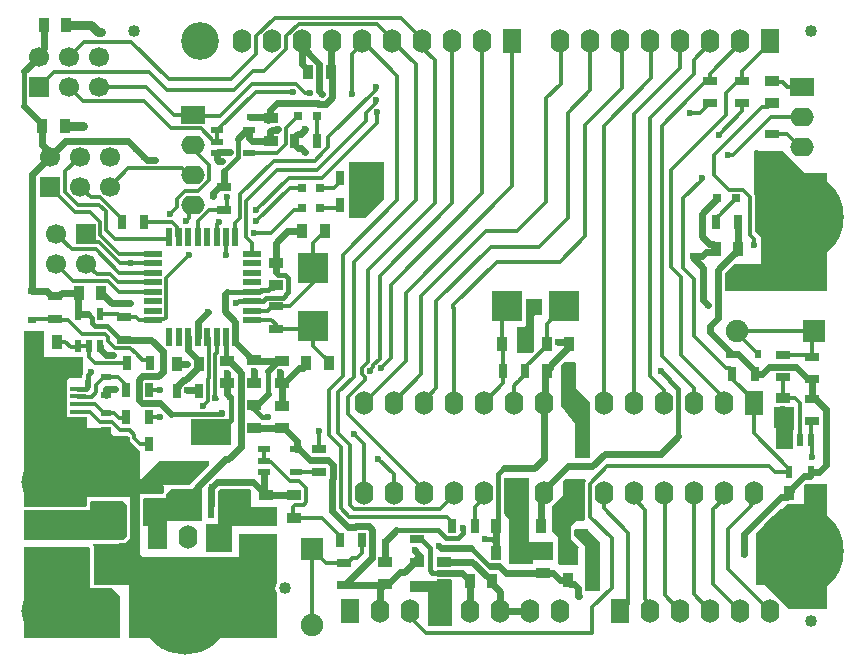
<source format=gtl>
G04*
G04 #@! TF.GenerationSoftware,Altium Limited,Altium Designer,20.1.14 (287)*
G04*
G04 Layer_Physical_Order=1*
G04 Layer_Color=255*
%FSLAX44Y44*%
%MOMM*%
G71*
G04*
G04 #@! TF.SameCoordinates,7BFD3521-CE32-4739-868A-3B6082625FC7*
G04*
G04*
G04 #@! TF.FilePolarity,Positive*
G04*
G01*
G75*
%ADD11C,0.4000*%
%ADD14R,1.3000X0.9000*%
%ADD15R,0.9000X1.3000*%
%ADD16R,3.5000X2.2000*%
%ADD17R,0.6000X2.2000*%
%ADD18R,2.7000X2.0000*%
%ADD19R,2.5000X2.6000*%
%ADD20R,2.6000X2.5000*%
%ADD21R,1.1000X0.6000*%
%ADD22R,0.6000X1.1000*%
%ADD23R,1.6000X3.0000*%
%ADD24R,0.8000X0.8000*%
%ADD25R,1.4000X1.6000*%
%ADD26R,1.9000X1.9000*%
%ADD27R,1.3500X0.4000*%
%ADD28R,1.5000X0.5500*%
%ADD29R,0.5500X1.5000*%
%ADD30R,0.6858X0.5588*%
%ADD31R,0.5588X0.6858*%
%ADD32R,1.3000X0.7000*%
%ADD33R,0.7000X1.3000*%
%ADD34R,0.9000X0.6000*%
%ADD63R,1.9000X1.9000*%
%ADD64C,1.9000*%
%ADD70C,1.0160*%
%ADD71C,0.3000*%
%ADD72C,0.6000*%
%ADD73C,0.8000*%
%ADD74C,3.2000*%
%ADD75C,4.0000*%
%ADD76O,1.6000X2.0000*%
%ADD77R,1.6000X2.0000*%
%ADD78R,1.7000X1.7000*%
%ADD79C,1.7000*%
%ADD80R,2.0000X1.6000*%
%ADD81O,2.0000X1.6000*%
%ADD82C,7.4000*%
G04:AMPARAMS|DCode=83|XSize=2mm|YSize=1.2mm|CornerRadius=0.36mm|HoleSize=0mm|Usage=FLASHONLY|Rotation=0.000|XOffset=0mm|YOffset=0mm|HoleType=Round|Shape=RoundedRectangle|*
%AMROUNDEDRECTD83*
21,1,2.0000,0.4800,0,0,0.0*
21,1,1.2800,1.2000,0,0,0.0*
1,1,0.7200,0.6400,-0.2400*
1,1,0.7200,-0.6400,-0.2400*
1,1,0.7200,-0.6400,0.2400*
1,1,0.7200,0.6400,0.2400*
%
%ADD83ROUNDEDRECTD83*%
%ADD84C,0.6000*%
G36*
X308000Y374000D02*
X292000Y358000D01*
X278000D01*
Y406000D01*
X308000D01*
Y374000D01*
D02*
G37*
G36*
X20000Y241000D02*
X52000D01*
Y223000D01*
X41000D01*
X39000Y221000D01*
Y219000D01*
X38995D01*
Y209000D01*
Y202500D01*
Y196000D01*
Y189500D01*
X56000D01*
X56000Y181000D01*
X66820D01*
X67622Y180840D01*
X75621D01*
X77000Y179461D01*
Y176000D01*
X79000Y174000D01*
X84007D01*
X84450Y173912D01*
X91049D01*
X91912Y173049D01*
Y172000D01*
X92261Y170244D01*
X93000Y169138D01*
Y169000D01*
X101000Y161000D01*
X101000Y137000D01*
X117000Y153000D01*
X160000D01*
Y149408D01*
X143974Y133382D01*
X143090Y132059D01*
X128000D01*
X128000Y132059D01*
X127704Y132000D01*
X121000D01*
X121660Y131340D01*
Y126985D01*
X121337Y126663D01*
X120674Y125670D01*
X120501Y124800D01*
X101200D01*
X101000Y125000D01*
Y120643D01*
X100941Y120348D01*
Y98000D01*
X101000Y97705D01*
X101000Y74000D01*
X104000Y71000D01*
X185000D01*
Y90586D01*
X186000Y91000D01*
X217000D01*
Y49150D01*
X216942Y49075D01*
X216128Y47109D01*
X215850Y45000D01*
X216128Y42891D01*
X216942Y40925D01*
X217000Y40850D01*
Y3000D01*
X92000D01*
Y48000D01*
X77296D01*
X77000Y48059D01*
X77000Y48059D01*
X62059D01*
Y79000D01*
X62059Y79000D01*
X61826Y80170D01*
X61163Y81163D01*
X61163Y81163D01*
X61096Y81230D01*
X61231Y82500D01*
X83000D01*
Y82941D01*
X87000D01*
X87000Y82941D01*
X88170Y83174D01*
X89163Y83837D01*
X89163Y83837D01*
X92163Y86837D01*
X92826Y87829D01*
X93059Y89000D01*
X93059Y89000D01*
X93059Y115000D01*
X93059Y115000D01*
X93000Y115295D01*
Y122000D01*
X86296D01*
X86000Y122059D01*
X86000Y122059D01*
X62000Y122059D01*
X59898Y122059D01*
X59898Y122059D01*
X59602Y122000D01*
X56000D01*
Y118398D01*
X55941Y118102D01*
X55941Y118102D01*
X55941Y114957D01*
X55043Y114059D01*
X3000D01*
Y263000D01*
X20000D01*
Y241000D01*
D02*
G37*
G36*
X154000Y102000D02*
X124000D01*
Y78000D01*
X108000D01*
Y98000D01*
X104000D01*
Y120348D01*
X105270Y121000D01*
X106000Y121000D01*
X123000D01*
Y123000D01*
X123500D01*
Y124500D01*
X128000Y129000D01*
X154000D01*
Y102000D01*
D02*
G37*
G36*
X90000Y115000D02*
X90000Y89000D01*
X87000Y86000D01*
X3000D01*
X3000Y111000D01*
X59000D01*
X59000Y118102D01*
X59898Y119000D01*
X62000Y119000D01*
X86000Y119000D01*
X90000Y115000D01*
D02*
G37*
G36*
X195000Y127849D02*
Y114000D01*
X217000D01*
Y98000D01*
X179000D01*
Y76000D01*
X157000D01*
Y99000D01*
X167000D01*
Y101000D01*
Y114409D01*
X167118Y115000D01*
Y126990D01*
X169010Y128883D01*
X193966D01*
X195000Y127849D01*
D02*
G37*
G36*
X365500Y13000D02*
X365459Y12900D01*
X345100D01*
Y41500D01*
X345200Y41600D01*
X329400D01*
Y49645D01*
X329700Y50800D01*
X352900D01*
Y51108D01*
X353843Y51883D01*
X365500D01*
Y13000D01*
D02*
G37*
G36*
X59000Y79000D02*
Y45000D01*
X77000D01*
X84000Y38000D01*
Y3000D01*
X3000D01*
Y80000D01*
X58000D01*
X59000Y79000D01*
D02*
G37*
G36*
X430900Y84000D02*
X451000D01*
Y69000D01*
X433900D01*
X433700Y65100D01*
X414000D01*
Y103100D01*
X410000Y107100D01*
Y107500D01*
X409600D01*
X409148Y107952D01*
Y137748D01*
X409400Y138000D01*
X430900Y138000D01*
Y84000D01*
D02*
G37*
G36*
X478459Y136061D02*
X477911Y135242D01*
X477562Y133486D01*
Y105650D01*
X477911Y103894D01*
X478195Y103470D01*
X477516Y102200D01*
X470400D01*
X466000Y97800D01*
Y95711D01*
X465974Y95673D01*
X465741Y94502D01*
X465741Y94502D01*
X465741Y90100D01*
X465741Y90100D01*
X465974Y88929D01*
X466000Y88891D01*
Y85800D01*
X466700D01*
X472700Y79800D01*
X471900Y79000D01*
Y64200D01*
X456800D01*
X455300Y65700D01*
Y87900D01*
X449800Y93400D01*
X450100Y93700D01*
Y114400D01*
X459100Y123400D01*
Y135329D01*
X460872Y137100D01*
X477726D01*
X478459Y136061D01*
D02*
G37*
G36*
X480900Y95400D02*
X480900Y93900D01*
X490500Y83600D01*
Y42800D01*
X478235D01*
Y44985D01*
X478100Y45663D01*
Y80800D01*
X468800Y90100D01*
X468800Y94502D01*
X469698Y95400D01*
X480900Y95400D01*
D02*
G37*
G36*
X683000Y27000D02*
X651000D01*
X643144Y34856D01*
X642845Y35245D01*
X642456Y35544D01*
X630000Y48000D01*
X623000D01*
Y92000D01*
X643000Y112000D01*
X645000D01*
X648882Y115882D01*
X649000D01*
X649591Y116000D01*
X663000D01*
Y131348D01*
X664651Y133000D01*
X683000D01*
Y27000D01*
D02*
G37*
G36*
X470700Y235500D02*
Y214400D01*
X482500Y202600D01*
Y156039D01*
X481700Y155100D01*
X469300D01*
Y184300D01*
X458400Y198000D01*
X457400Y199000D01*
Y234249D01*
X459952Y236800D01*
X469400D01*
X470700Y235500D01*
D02*
G37*
G36*
X441800Y276300D02*
X436000D01*
X434500Y274800D01*
Y245489D01*
X432911Y243900D01*
X420541D01*
X420500Y244000D01*
Y257400D01*
X420300Y257600D01*
Y258500D01*
X420500Y258900D01*
Y265800D01*
X426700D01*
X428200Y267300D01*
Y289900D01*
X441800D01*
Y276300D01*
D02*
G37*
G36*
X655000Y179250D02*
X654000D01*
Y163000D01*
X640239D01*
X640000Y163239D01*
Y181000D01*
X638000D01*
Y198500D01*
X655000D01*
Y179250D01*
D02*
G37*
G36*
X663800Y396900D02*
X683000D01*
Y297400D01*
X682200Y296600D01*
X596317D01*
Y311717D01*
X604100Y319500D01*
X626600D01*
X626600Y334406D01*
X626867Y335750D01*
X626600Y337094D01*
X626600Y341900D01*
X621999Y346501D01*
Y376539D01*
X621650Y378295D01*
X621400Y378668D01*
X621400Y414788D01*
X622312Y415672D01*
X627900Y415500D01*
X644400D01*
X644800Y415900D01*
X663800Y396900D01*
D02*
G37*
D11*
X178000Y187500D02*
Y205459D01*
X167500Y177000D02*
X178000Y187500D01*
X346500Y60343D02*
Y79399D01*
X340900Y85000D02*
X346500Y79399D01*
X348843Y58000D02*
X353843D01*
X339899Y85600D02*
X340500Y85000D01*
X340900D01*
X346500Y60343D02*
X348843Y58000D01*
X542000Y229000D02*
X557000Y214000D01*
X542000Y229000D02*
X542000D01*
X557000Y174000D02*
Y214000D01*
X161000Y177000D02*
X167500D01*
X177000Y206459D02*
X178000Y205459D01*
X177000Y206459D02*
Y207000D01*
X404050Y141350D02*
X409500Y146800D01*
X404050Y99550D02*
Y141350D01*
X402500Y98000D02*
X404050Y99550D01*
X393700Y86300D02*
X400700D01*
X184000Y410101D02*
Y425500D01*
X172000Y398101D02*
X184000Y410101D01*
X127314Y192250D02*
X168836D01*
X170617Y192617D02*
X171000Y193000D01*
X169203Y192617D02*
X170617D01*
X168836Y192250D02*
X169203Y192617D01*
X196750Y296750D02*
X203343D01*
X209750Y297250D02*
X214000Y301500D01*
X196000Y296000D02*
X196750Y296750D01*
X203343D02*
X203843Y297250D01*
X209750D01*
X214000Y301500D02*
X216000D01*
X207843Y291000D02*
X222157D01*
X205093Y288250D02*
X207843Y291000D01*
X195800Y287800D02*
X196250Y288250D01*
X205093D01*
X174966Y296000D02*
X196000D01*
X213554Y299054D02*
X216000Y301500D01*
X204250Y189750D02*
X209750D01*
X196000Y198000D02*
X204250Y189750D01*
X381149Y79000D02*
X396650Y63500D01*
X353843Y94000D02*
X360343Y87500D01*
X370657D02*
X375000Y91843D01*
X360343Y87500D02*
X370657D01*
X318000Y94000D02*
X353843D01*
X375000Y91843D02*
Y96000D01*
X396650Y63500D02*
X397814D01*
X3100Y452900D02*
Y482500D01*
X209250Y209250D02*
Y228564D01*
X57500Y276750D02*
X60172Y274078D01*
Y269922D02*
Y274078D01*
X73250Y267250D02*
X85000Y255500D01*
X62843Y267250D02*
X73250D01*
X60172Y269922D02*
X62843Y267250D01*
X57505Y225505D02*
X60000Y228000D01*
X57505Y218380D02*
Y225505D01*
X184592Y287800D02*
X195800D01*
X216000Y312343D02*
X218343Y310000D01*
X222157Y291000D02*
X226500Y295343D01*
Y307657D01*
X218343Y310000D02*
X224157D01*
X226500Y307657D01*
X174000Y238500D02*
Y258000D01*
X57505Y216005D02*
Y218380D01*
X55500Y214000D02*
X57505Y216005D01*
X48745Y214000D02*
X55500D01*
D14*
X198000Y181000D02*
D03*
Y200000D02*
D03*
X442000Y57500D02*
D03*
Y76500D02*
D03*
X198000Y238000D02*
D03*
Y219000D02*
D03*
X216000Y301500D02*
D03*
Y320500D02*
D03*
X175000Y237500D02*
D03*
Y218500D02*
D03*
X636000Y474500D02*
D03*
Y455500D02*
D03*
X309000Y48500D02*
D03*
Y67500D02*
D03*
X359000Y48500D02*
D03*
Y67500D02*
D03*
X211750Y424000D02*
D03*
Y443000D02*
D03*
X221000Y180500D02*
D03*
Y199500D02*
D03*
X646000Y206000D02*
D03*
Y187000D02*
D03*
X232000Y104500D02*
D03*
Y123500D02*
D03*
X221000Y218500D02*
D03*
Y237500D02*
D03*
X114000Y130500D02*
D03*
Y111500D02*
D03*
X208000Y123500D02*
D03*
Y104500D02*
D03*
D15*
X463500Y52000D02*
D03*
X482500D02*
D03*
X18500Y436000D02*
D03*
X37500D02*
D03*
X399500Y51000D02*
D03*
X380500D02*
D03*
X19500Y522000D02*
D03*
X38500D02*
D03*
X464500Y229000D02*
D03*
X445500D02*
D03*
X421500Y98000D02*
D03*
X402500D02*
D03*
X440500D02*
D03*
X459500D02*
D03*
X650500Y125500D02*
D03*
X669500D02*
D03*
X49500Y295000D02*
D03*
X68500D02*
D03*
X30500Y253500D02*
D03*
X11500D02*
D03*
X238500Y347000D02*
D03*
X257500D02*
D03*
X242000Y236000D02*
D03*
X261000D02*
D03*
X426500Y252000D02*
D03*
X407500D02*
D03*
X464500D02*
D03*
X445500D02*
D03*
X132500Y235000D02*
D03*
X151500D02*
D03*
X463500Y75000D02*
D03*
X482500D02*
D03*
X262500Y482000D02*
D03*
X243500D02*
D03*
X402500Y75000D02*
D03*
X421500D02*
D03*
X588500Y332000D02*
D03*
X607500D02*
D03*
D16*
X161000Y177000D02*
D03*
D17*
X186400Y115000D02*
D03*
X173700D02*
D03*
X161000D02*
D03*
X148300D02*
D03*
X135600D02*
D03*
D18*
X23000Y65000D02*
D03*
Y97000D02*
D03*
D19*
X460500Y284000D02*
D03*
X411500D02*
D03*
D20*
X248000Y267000D02*
D03*
Y316000D02*
D03*
D21*
X193500Y413500D02*
D03*
Y432500D02*
D03*
X166500Y413500D02*
D03*
Y423000D02*
D03*
Y432500D02*
D03*
X233500Y143500D02*
D03*
Y162500D02*
D03*
X206500Y143500D02*
D03*
Y153000D02*
D03*
Y162500D02*
D03*
D22*
X67500Y276750D02*
D03*
X48500D02*
D03*
X67500Y249750D02*
D03*
X58000D02*
D03*
X48500D02*
D03*
X650500Y143750D02*
D03*
X669500D02*
D03*
X650500Y170750D02*
D03*
X660000D02*
D03*
X669500D02*
D03*
D23*
X72000Y100500D02*
D03*
Y141500D02*
D03*
Y26500D02*
D03*
Y67500D02*
D03*
D24*
X590000Y375000D02*
D03*
X606000D02*
D03*
X235000Y444500D02*
D03*
X251000D02*
D03*
X238000Y384000D02*
D03*
X254000D02*
D03*
X238000Y367000D02*
D03*
X254000D02*
D03*
D25*
X46495Y169000D02*
D03*
X46505Y233000D02*
D03*
D26*
X21995Y189000D02*
D03*
Y213000D02*
D03*
X246500Y78500D02*
D03*
D27*
X48745Y188000D02*
D03*
Y194500D02*
D03*
Y201000D02*
D03*
Y207500D02*
D03*
Y214000D02*
D03*
D28*
X196000Y272000D02*
D03*
Y280000D02*
D03*
Y288000D02*
D03*
Y296000D02*
D03*
Y304000D02*
D03*
Y312000D02*
D03*
Y320000D02*
D03*
Y328000D02*
D03*
X112000D02*
D03*
Y320000D02*
D03*
Y312000D02*
D03*
Y304000D02*
D03*
Y296000D02*
D03*
Y288000D02*
D03*
Y280000D02*
D03*
Y272000D02*
D03*
D29*
X182000Y342000D02*
D03*
X174000D02*
D03*
X166000D02*
D03*
X158000D02*
D03*
X150000D02*
D03*
X142000D02*
D03*
X134000D02*
D03*
X126000D02*
D03*
Y258000D02*
D03*
X134000D02*
D03*
X142000D02*
D03*
X150000D02*
D03*
X158000D02*
D03*
X166000D02*
D03*
X174000D02*
D03*
X182000D02*
D03*
D30*
X10000Y271808D02*
D03*
Y296192D02*
D03*
D31*
X624192Y243000D02*
D03*
X599808D02*
D03*
D32*
X172000Y384500D02*
D03*
Y365500D02*
D03*
X88000Y255500D02*
D03*
Y274500D02*
D03*
X216000Y283500D02*
D03*
Y264500D02*
D03*
X610500Y474500D02*
D03*
Y455500D02*
D03*
X583750Y474500D02*
D03*
Y455500D02*
D03*
X636000Y429500D02*
D03*
Y410500D02*
D03*
X670000Y205500D02*
D03*
Y186500D02*
D03*
X29000Y292250D02*
D03*
Y273250D02*
D03*
X670000Y222000D02*
D03*
Y241000D02*
D03*
X274000Y47500D02*
D03*
Y66500D02*
D03*
X253000Y162500D02*
D03*
Y143500D02*
D03*
X646000Y223500D02*
D03*
Y242500D02*
D03*
X336000Y67500D02*
D03*
Y86500D02*
D03*
Y47500D02*
D03*
Y66500D02*
D03*
D33*
X289500Y392250D02*
D03*
X270500D02*
D03*
X289750Y369750D02*
D03*
X270750D02*
D03*
X85750Y355000D02*
D03*
X104750D02*
D03*
X108500Y213000D02*
D03*
X89500D02*
D03*
X108500Y190000D02*
D03*
X89500D02*
D03*
X89500Y167000D02*
D03*
X108500D02*
D03*
X365500Y98000D02*
D03*
X384500D02*
D03*
X621500Y226000D02*
D03*
X602500D02*
D03*
X232000Y424000D02*
D03*
X251000D02*
D03*
X408500Y229000D02*
D03*
X427500D02*
D03*
X607500Y355000D02*
D03*
X588500D02*
D03*
X90500Y236000D02*
D03*
X109500D02*
D03*
X270500Y86000D02*
D03*
X289500D02*
D03*
X151500Y212000D02*
D03*
X132500D02*
D03*
D34*
X72000Y208500D02*
D03*
Y223500D02*
D03*
Y178500D02*
D03*
Y193500D02*
D03*
D63*
X671500Y262500D02*
D03*
D64*
X606500D02*
D03*
Y307500D02*
D03*
X671500D02*
D03*
X246500Y13500D02*
D03*
X201500D02*
D03*
Y78500D02*
D03*
D70*
X96000Y517000D02*
D03*
X669000D02*
D03*
Y17000D02*
D03*
X224000Y45000D02*
D03*
D71*
X261000Y212698D02*
X273000Y224698D01*
Y327500D02*
X318750Y373250D01*
X273000Y224698D02*
Y327500D01*
X282000Y321100D02*
X334500Y373600D01*
X269000Y211200D02*
X282000Y224200D01*
Y321100D01*
X289500Y226308D02*
X291789Y224018D01*
Y221533D02*
Y224018D01*
X289500Y231763D02*
X294000Y236263D01*
Y314750D01*
X350750Y371500D01*
X289500Y226308D02*
Y231763D01*
X276900Y206644D02*
X291789Y221533D01*
X298500Y233692D02*
X304000Y239192D01*
Y309500D02*
X365750Y371250D01*
X304000Y239192D02*
Y309500D01*
X305000Y231000D02*
X314000Y240000D01*
Y302000D02*
X391160Y379160D01*
X314000Y240000D02*
Y302000D01*
X290450Y201930D02*
X326000Y237480D01*
Y295250D02*
X416560Y385810D01*
X326000Y237480D02*
Y295250D01*
X315850Y202822D02*
X339000Y225972D01*
Y292750D01*
X394000Y347750D01*
X341250Y203622D02*
X352000Y214372D01*
Y288250D01*
X398000Y334250D01*
X296000Y229757D02*
X298500Y232257D01*
Y233692D01*
X296000Y229000D02*
Y229757D01*
X341250Y201930D02*
Y203622D01*
X289500Y75000D02*
Y86000D01*
X284638Y70138D02*
X289500Y75000D01*
X280638Y70138D02*
X284638D01*
X277000Y66500D02*
X280638Y70138D01*
X123000Y274131D02*
Y307500D01*
X121741Y272873D02*
X123000Y274131D01*
X112000Y272000D02*
X112873Y272873D01*
X121741D01*
X246500Y13500D02*
Y78500D01*
X570000Y258500D02*
X597500Y231000D01*
X570000Y258500D02*
Y307000D01*
X561000Y316000D02*
X570000Y307000D01*
X602500Y226000D02*
Y229000D01*
X600500Y231000D02*
X602500Y229000D01*
X597500Y231000D02*
X600500D01*
X561000Y316000D02*
Y375000D01*
X587000Y395000D02*
Y412000D01*
X633068Y452568D02*
X636000Y455500D01*
X627568Y452568D02*
X633068D01*
X587000Y412000D02*
X627568Y452568D01*
X587000Y395000D02*
X599500Y382500D01*
X533000Y224572D02*
Y443000D01*
X570000Y480000D02*
Y492000D01*
X533000Y443000D02*
X570000Y480000D01*
X519050Y201930D02*
Y446050D01*
X558250Y485250D02*
Y507450D01*
X519050Y446050D02*
X558250Y485250D01*
X493650Y436650D02*
X534000Y477000D01*
Y506000D01*
X493650Y201930D02*
Y436650D01*
X570000Y492000D02*
X584200Y506200D01*
X551000Y316750D02*
X559000Y308750D01*
X551000Y399192D02*
X597000Y445192D01*
X551000Y316750D02*
Y399192D01*
X543000Y241600D02*
X569850Y214750D01*
X543000Y436692D02*
X567200Y460892D01*
X543000Y241600D02*
Y436692D01*
X559000Y242500D02*
X595250Y206250D01*
X559000Y242500D02*
Y308750D01*
X279000Y115707D02*
X282477Y112230D01*
X269000Y176300D02*
X279000Y166300D01*
Y115707D02*
Y118917D01*
Y132543D02*
Y166300D01*
X278950Y118967D02*
Y132493D01*
X279000Y132543D01*
X278950Y118967D02*
X279000Y118917D01*
X290450Y125730D02*
Y167050D01*
X282250Y175250D02*
X290450Y167050D01*
X355150Y112230D02*
X366650Y123730D01*
X282477Y112230D02*
X355150D01*
X269000Y176300D02*
Y211200D01*
X261000Y174800D02*
X271000Y164800D01*
X261000Y174800D02*
Y212698D01*
X315850Y201930D02*
Y202822D01*
X361300Y105200D02*
X365500Y101000D01*
X271000Y112750D02*
X278550Y105200D01*
X361300D01*
X365500Y98000D02*
Y101000D01*
X276900Y192080D02*
X341250Y127730D01*
X276900Y192080D02*
Y206644D01*
X271000Y112750D02*
Y164800D01*
X334500Y373600D02*
Y488460D01*
X620750Y335750D02*
Y340974D01*
X617411Y344314D02*
X620750Y340974D01*
X617411Y344314D02*
Y376539D01*
X613500Y380450D02*
X617411Y376539D01*
X613500Y380450D02*
Y380450D01*
X611450Y382500D02*
X613500Y380450D01*
X591000Y360000D02*
X606000Y375000D01*
X599500Y382500D02*
X611450D01*
X602500Y226000D02*
X604500Y224000D01*
X569850Y201930D02*
Y214750D01*
X514500Y31900D02*
Y91800D01*
X493650Y112650D02*
Y125730D01*
Y112650D02*
X514500Y91800D01*
X508000Y25400D02*
X514500Y31900D01*
X519050Y120923D02*
X528400Y111573D01*
X533400Y25400D02*
Y30657D01*
X528400Y35657D02*
X533400Y30657D01*
X528400Y35657D02*
Y111573D01*
X519050Y120923D02*
Y125730D01*
X545400Y38800D02*
X558800Y25400D01*
X544450Y125730D02*
X545400Y124780D01*
Y38800D02*
Y124780D01*
X586500Y48500D02*
X609600Y25400D01*
X586500Y111873D02*
X595250Y120623D01*
X586500Y48500D02*
Y111873D01*
X599300Y61100D02*
Y95000D01*
X618501Y114201D01*
Y123581D02*
X620650Y125730D01*
X618501Y114201D02*
Y123581D01*
X635000Y25400D02*
Y25400D01*
X599300Y61100D02*
X635000Y25400D01*
X595250Y120623D02*
Y125730D01*
X482150Y105650D02*
Y133486D01*
X500600Y45100D02*
Y87200D01*
X482150Y105650D02*
X500600Y87200D01*
X484250Y28750D02*
X500600Y45100D01*
X343650Y7250D02*
X484250D01*
X330200Y20700D02*
Y25400D01*
Y20700D02*
X343650Y7250D01*
X484250D02*
Y28750D01*
X66329Y338150D02*
X84479Y320000D01*
X112000D02*
X112000Y320000D01*
X62400Y338150D02*
X66329D01*
X84479Y320000D02*
X93750D01*
X93750Y320000D01*
X55400Y345150D02*
X62400Y338150D01*
X43400Y331750D02*
X63550D01*
X83550Y311750D02*
X111750D01*
X63550Y331750D02*
X83550Y311750D01*
X93750Y320000D02*
X112000D01*
X93750Y320000D02*
X93750Y320000D01*
X75771Y310750D02*
X82521Y304000D01*
X55400Y319750D02*
X64400Y310750D01*
X75771D01*
X74450Y305000D02*
X83450Y296000D01*
X44750Y305000D02*
X74450D01*
X30000Y319750D02*
X44750Y305000D01*
X83450Y296000D02*
X112000D01*
X82521Y304000D02*
X110250D01*
X214800Y407000D02*
X248950D01*
X255950Y414000D02*
X255950D01*
X248950Y407000D02*
X255950Y414000D01*
X255950D02*
X260750Y418800D01*
Y426942D01*
X292500Y440300D02*
Y447692D01*
X217100Y398900D02*
X251100D01*
X292500Y440300D01*
X186250Y358750D02*
Y378450D01*
X214800Y407000D01*
X191250Y342000D02*
Y373050D01*
X217100Y398900D01*
X199500Y364771D02*
X226929Y392200D01*
X255500D02*
X302000Y438700D01*
X226929Y392200D02*
X255500D01*
X302000Y438700D02*
Y448000D01*
X147250Y444750D02*
X169250D01*
X196000Y471500D02*
X233692D01*
X169250Y444750D02*
X196000Y471500D01*
X108679Y482000D02*
X123779Y466900D01*
X180829D02*
X196672Y482743D01*
X123779Y466900D02*
X180829D01*
X125700Y475900D02*
X177900D01*
X53750Y507750D02*
X93850D01*
X125700Y475900D01*
X199460Y497460D02*
Y512363D01*
X177900Y475900D02*
X199460Y497460D01*
X63023Y190028D02*
Y190028D01*
X58550Y194500D02*
X63023Y190028D01*
Y190028D02*
X67622Y185429D01*
X77521D01*
X48745Y194500D02*
X58550D01*
X533000Y224572D02*
X544450Y213122D01*
Y201930D02*
Y213122D01*
X154250Y199250D02*
X158500Y203500D01*
Y222287D01*
X77521Y185429D02*
X84450Y178500D01*
X98475Y242975D02*
X103257Y238192D01*
X98475Y242975D02*
Y242975D01*
X92950Y248500D02*
X98475Y242975D01*
X63250Y235500D02*
X90000D01*
X58000Y240750D02*
X63250Y235500D01*
X90000D02*
X90500Y236000D01*
X159500Y390437D02*
Y403308D01*
X146000Y416808D02*
X159500Y403308D01*
X40000Y271800D02*
X51800Y260000D01*
X71251D01*
X74000Y257251D01*
X146000Y416808D02*
Y420600D01*
X197750Y345834D02*
X211834D01*
X236318Y365318D02*
X238000Y367000D01*
X231318Y365318D02*
X236318D01*
X211834Y345834D02*
X231318Y365318D01*
X482150Y133486D02*
X496914Y148250D01*
X633500D01*
X253000Y162500D02*
Y178000D01*
Y162500D02*
X253250D01*
X258500Y66500D02*
X277000D01*
X603550Y412000D02*
X635150Y443600D01*
X599000Y412000D02*
X603550D01*
X610500Y448596D02*
Y455500D01*
X591000Y429096D02*
X610500Y448596D01*
X597000Y445192D02*
Y464000D01*
X635150Y443600D02*
X662000D01*
X561000Y375000D02*
X577000Y391000D01*
X567200Y460892D02*
Y460950D01*
X578750Y472500D01*
X577000Y391000D02*
Y392000D01*
X567000Y447000D02*
X575250D01*
X583750Y455500D01*
X301000Y456192D02*
Y458000D01*
X260750Y426942D02*
X301000Y467192D01*
Y469000D01*
X292500Y447692D02*
X301000Y456192D01*
X165000Y206062D02*
X166000Y205062D01*
X165000Y206062D02*
Y243450D01*
X89500Y213000D02*
Y216692D01*
X82692Y223500D02*
X89500Y216692D01*
X70500Y223500D02*
X82692D01*
X64005Y217005D02*
X70500Y223500D01*
X199000Y465000D02*
X231000D01*
X166500Y432500D02*
X199000Y465000D01*
X233692Y471500D02*
X240942Y464250D01*
X245000D01*
X58000Y240750D02*
Y249750D01*
X42500Y249000D02*
X47750D01*
X38000Y253500D02*
X42500Y249000D01*
X47750D02*
X48500Y249750D01*
X30500Y253500D02*
X38000D01*
X48500Y249750D02*
X58000D01*
X196672Y482743D02*
X206367D01*
X224860Y501237D01*
Y512363D01*
X172000Y365500D02*
X174750Y368250D01*
Y376000D01*
X150470Y381407D02*
X159500Y390437D01*
X139343Y381407D02*
X150470D01*
X569850Y39750D02*
Y125730D01*
Y39750D02*
X584200Y25400D01*
X199421Y355500D02*
X227921Y384000D01*
X166064Y342064D02*
Y353314D01*
X168000Y355250D01*
X123000Y307500D02*
X142750Y327250D01*
X142324Y358074D02*
Y366124D01*
X140250Y356000D02*
X142324Y358074D01*
X173750Y327000D02*
Y340750D01*
X159964Y365500D02*
X172000D01*
X150000Y355537D02*
X159964Y365500D01*
X365750Y371250D02*
Y507990D01*
X365760Y508000D01*
X391160Y379160D02*
Y508000D01*
X416560Y385810D02*
Y508000D01*
X420250Y347750D02*
X444750Y372250D01*
Y459750D01*
X457250Y472250D01*
X394000Y347750D02*
X420250D01*
X457250Y472250D02*
Y507950D01*
X398000Y334250D02*
X439000D01*
X636000Y474500D02*
X636745Y473755D01*
X645243D02*
X649257Y469740D01*
X636745Y473755D02*
X645243D01*
X649257Y469740D02*
X661260D01*
X662000Y469000D01*
X608750Y505500D02*
Y508000D01*
X580750Y474500D02*
X583750D01*
X583993Y474743D01*
Y480743D02*
X608750Y505500D01*
X583993Y474743D02*
Y480743D01*
X578750Y472500D02*
Y472500D01*
X463500Y358750D02*
Y447500D01*
X439000Y334250D02*
X463500Y358750D01*
X340360Y502482D02*
X350750Y492092D01*
Y371500D02*
Y492092D01*
X314960Y508000D02*
X334500Y488460D01*
X340360Y502482D02*
Y508000D01*
X289560D02*
X290560Y507000D01*
X318750Y373250D02*
Y478810D01*
X290560Y507000D02*
X318750Y478810D01*
X281000Y463250D02*
Y497440D01*
X289560Y506000D01*
X28000Y482000D02*
X108679D01*
X96500Y172000D02*
Y174950D01*
X101500Y167000D02*
X108500D01*
X96500Y172000D02*
X101500Y167000D01*
X92950Y178500D02*
X96500Y174950D01*
X159500Y223287D02*
Y250243D01*
X165000Y243450D02*
X166000Y244450D01*
Y258000D01*
X159250Y250493D02*
X159500Y250243D01*
X159250Y250493D02*
Y256750D01*
X99945Y272000D02*
X112000D01*
X227800Y135750D02*
X235700D01*
X242000Y117550D02*
Y129450D01*
X235700Y135750D02*
X242000Y129450D01*
X239950Y115500D02*
X242000Y117550D01*
X232500Y115500D02*
X239950D01*
X230743Y105757D02*
Y113743D01*
Y105757D02*
X232000Y104500D01*
X255000D01*
X230743Y113743D02*
X232500Y115500D01*
X206500Y153000D02*
X208000Y151500D01*
X212050D01*
X227800Y135750D01*
X80050Y248500D02*
X92950D01*
X74000Y254550D02*
X80050Y248500D01*
X91400Y401000D02*
X137000D01*
X75400Y385000D02*
X91400Y401000D01*
X137000D02*
X142800Y395200D01*
X146000D01*
X158000Y258000D02*
X159250Y256750D01*
X158500Y222287D02*
X159500Y223287D01*
X74000Y254550D02*
Y257251D01*
X225000Y421300D02*
Y434500D01*
X235000Y444500D01*
X384500Y98000D02*
Y113602D01*
X392050Y121152D01*
X64005Y215688D02*
Y217005D01*
X64000Y215683D02*
X64005Y215688D01*
X64000Y210757D02*
Y215683D01*
X63000Y201000D02*
X70500Y193500D01*
X48745Y201000D02*
X63000D01*
X70500Y193500D02*
X72000D01*
X60493Y207250D02*
X64000Y210757D01*
X48995Y207250D02*
X60493D01*
X48745Y207500D02*
X48995Y207250D01*
X108500Y213000D02*
X117500D01*
X118000Y212500D01*
X108500Y190000D02*
X118250D01*
X88750Y189250D02*
X89500Y190000D01*
X83500Y189250D02*
X88750D01*
X72000Y193500D02*
X79250D01*
X83500Y189250D01*
X142324Y366124D02*
X146000Y369800D01*
X132500Y374563D02*
X139343Y381407D01*
X132500Y368000D02*
Y374563D01*
X126500Y362000D02*
X132500Y368000D01*
X606500Y262500D02*
X671500D01*
X85000Y274500D02*
X97445D01*
X99945Y272000D01*
X67500Y276750D02*
X82750D01*
X85000Y274500D01*
X173750Y340750D02*
X174500Y341500D01*
X174000Y342000D02*
X174500Y341500D01*
X227921Y384000D02*
X238000D01*
X166000Y342000D02*
X166064Y342064D01*
X182000Y342000D02*
X182000Y342000D01*
X182000Y354500D02*
X186250Y358750D01*
X196000Y328000D02*
Y337250D01*
X191250Y342000D02*
X196000Y337250D01*
X182000Y342000D02*
Y354500D01*
X84450Y178500D02*
X92950D01*
X248000Y337500D02*
X257500Y347000D01*
X248000Y303250D02*
Y337500D01*
X228250Y283500D02*
X248000Y303250D01*
Y250000D02*
Y267000D01*
Y250000D02*
X257000Y241000D01*
X258000D01*
X261000Y238000D01*
Y236000D02*
Y238000D01*
X216000Y264500D02*
X245500D01*
X248000Y267000D01*
X216000Y264500D02*
Y268250D01*
X212250Y272000D02*
X216000Y268250D01*
X196000Y272000D02*
X212250D01*
X196000Y280000D02*
X209500D01*
X213000Y283500D01*
X216000D01*
X228250D01*
X254000Y367000D02*
X268750D01*
X270750Y369000D01*
Y369750D01*
X254000Y384000D02*
X265250D01*
X270500Y389250D01*
Y392250D01*
X109500Y236000D02*
Y236192D01*
X107500Y238192D02*
X109500Y236192D01*
X103257Y238192D02*
X107500D01*
X28279Y272529D02*
X29008Y271800D01*
X40000D01*
X110250Y304000D02*
X111000Y304750D01*
X111750Y311750D02*
X112000Y312000D01*
X30000Y345150D02*
X43400Y331750D01*
X111750Y304000D02*
X112000D01*
X111000Y304750D02*
X111750Y304000D01*
X67215Y376215D02*
X83429Y360000D01*
X83750D02*
X85750Y358000D01*
X83429Y360000D02*
X83750D01*
X85750Y355000D02*
Y358000D01*
X72400Y348100D02*
Y363958D01*
X48529Y369500D02*
X66858D01*
X72400Y363958D01*
X50000Y385000D02*
X50814D01*
X59599Y376215D01*
X67215D01*
X24600Y385000D02*
X46100Y363500D01*
X59000D01*
X67400Y355100D01*
X38000Y380029D02*
X48529Y369500D01*
X67400Y344150D02*
Y355100D01*
X72400Y348100D02*
X80000Y340500D01*
X67400Y344150D02*
X83300Y328250D01*
X38000Y398400D02*
X50000Y410400D01*
X38000Y380029D02*
Y398400D01*
X132750Y343250D02*
X134000Y342000D01*
X132750Y343250D02*
Y350450D01*
X128200Y355000D02*
X132750Y350450D01*
X104750Y355000D02*
X128200D01*
X126000Y341750D02*
Y342000D01*
X124750Y340500D02*
X126000Y341750D01*
X80000Y340500D02*
X124750D01*
X10000Y271808D02*
X10721Y272529D01*
X28279D01*
X111750Y328250D02*
X112000Y328000D01*
X83300Y328250D02*
X111750D01*
X217200Y413500D02*
X225000Y421300D01*
X193500Y413500D02*
X217200D01*
X251000Y424000D02*
Y444500D01*
X251000Y424000D02*
X251000Y424000D01*
X314960Y508000D02*
Y510000D01*
X166500Y423000D02*
Y432500D01*
X164000Y423000D02*
X166500D01*
X152500Y434500D02*
X164000Y423000D01*
X127250Y434500D02*
X152500D01*
X104500Y457250D02*
X127250Y434500D01*
X66750Y469250D02*
X106500D01*
X129750Y446000D01*
X146000D01*
X41000Y469600D02*
X53350Y457250D01*
X104500D01*
X301960Y523000D02*
X314960Y510000D01*
X235497Y523000D02*
X301960D01*
X224860Y512363D02*
X235497Y523000D01*
X215096Y528000D02*
X322360D01*
X199460Y512363D02*
X215096Y528000D01*
X322360D02*
X340360Y510000D01*
X15600Y469600D02*
X28000Y482000D01*
X41000Y495000D02*
X53750Y507750D01*
X427500Y226000D02*
Y229000D01*
X421257Y219757D02*
X427500Y226000D01*
X420777Y219757D02*
X421257D01*
X417450Y216430D02*
X420777Y219757D01*
X417450Y201930D02*
Y216430D01*
X445500Y250000D02*
Y252000D01*
X427500Y232000D02*
X445500Y250000D01*
X427500Y229000D02*
Y232000D01*
X460500Y283500D02*
Y284000D01*
X445500Y268500D02*
X460500Y283500D01*
X445500Y252000D02*
Y268500D01*
X408500Y218380D02*
Y229000D01*
X392050Y201930D02*
X408500Y218380D01*
X407500Y252000D02*
X408500Y251000D01*
Y229000D02*
Y251000D01*
X407500Y280000D02*
X411500Y284000D01*
X407500Y252000D02*
Y280000D01*
X255000Y104500D02*
X270500Y89000D01*
Y86000D02*
Y89000D01*
X206500Y153000D02*
Y162500D01*
X253250D02*
X253500Y162750D01*
X233500Y143500D02*
X253000D01*
X233500Y143500D02*
X233500Y143500D01*
X246500Y78500D02*
X258500Y66500D01*
X392050Y121152D02*
Y125730D01*
X660000Y170750D02*
Y201750D01*
X646000Y206000D02*
X655750D01*
X660000Y201750D01*
X646000Y206000D02*
Y223500D01*
X646500Y242000D02*
X669000D01*
X646000Y242500D02*
X646500Y242000D01*
X669000D02*
X670000Y241000D01*
Y261000D01*
X671500Y262500D01*
X606500Y261327D02*
Y262500D01*
Y261327D02*
X624192Y243635D01*
Y243000D02*
Y243635D01*
X590500Y360000D02*
X591000D01*
X588500Y358000D02*
X590500Y360000D01*
X588500Y355000D02*
Y358000D01*
X66400Y469600D02*
X66750Y469250D01*
X146000Y446000D02*
X147250Y444750D01*
X578750Y472500D02*
X580750Y474500D01*
X620650Y201930D02*
Y203930D01*
X604500Y220080D02*
X620650Y203930D01*
X604500Y220080D02*
Y224000D01*
X650500Y143750D02*
Y146250D01*
X620650Y176100D02*
X650500Y146250D01*
X620650Y176100D02*
Y201930D01*
X649750Y143000D02*
X650500Y143750D01*
X638750Y143000D02*
X649750D01*
X633500Y148250D02*
X638750Y143000D01*
X595250Y201930D02*
Y206250D01*
X534000Y506000D02*
Y507400D01*
X150000Y342000D02*
Y355537D01*
X636000Y429500D02*
X648700D01*
X660000Y418200D01*
X662000D01*
X669500Y170750D02*
Y186000D01*
X670000Y186500D01*
X669500Y170750D02*
X669750Y170500D01*
Y156500D02*
Y170500D01*
Y156500D02*
X670000Y156250D01*
X290450Y201930D02*
Y201930D01*
X315850Y125730D02*
Y141400D01*
X302500Y154750D02*
X315850Y141400D01*
X366493Y282257D02*
Y284743D01*
X403250Y321500D02*
X456420D01*
X366650Y201930D02*
Y282100D01*
X366493Y284743D02*
X403250Y321500D01*
X366493Y282257D02*
X366650Y282100D01*
X341250Y125730D02*
Y127730D01*
X366650Y123730D02*
Y125730D01*
X478000Y343080D02*
Y437500D01*
X456420Y321500D02*
X478000Y343080D01*
X457200Y508000D02*
X457250Y507950D01*
X482600Y466600D02*
Y508000D01*
X463500Y447500D02*
X482600Y466600D01*
X508000Y508000D02*
X509000Y507000D01*
Y468500D02*
Y507000D01*
X478000Y437500D02*
X509000Y468500D01*
X610500Y474500D02*
X611000Y475000D01*
X628500Y499500D02*
X635000Y506000D01*
X627500Y499500D02*
X628500D01*
X611000Y483000D02*
X627500Y499500D01*
X611000Y475000D02*
Y483000D01*
X635000Y506000D02*
Y508000D01*
X607500Y474500D02*
X610500D01*
X597000Y464000D02*
X607500Y474500D01*
X584200Y506200D02*
Y508000D01*
X558250Y507450D02*
X558800Y508000D01*
X533400D02*
X534000Y507400D01*
D72*
X161000Y115000D02*
Y129524D01*
X24600Y410400D02*
X38100Y423900D01*
X53250Y436000D02*
X53500Y436250D01*
X297500Y74071D02*
X298000Y74571D01*
X277500Y48000D02*
Y50750D01*
X298000Y74571D02*
Y94571D01*
X297500Y70750D02*
Y74071D01*
X277500Y50750D02*
X297500Y70750D01*
X277000Y47500D02*
X277500Y48000D01*
X274000Y47500D02*
X277000D01*
X334000Y76500D02*
X338000Y72500D01*
X334000Y76500D02*
Y77000D01*
X463370Y148250D02*
X484250D01*
X495000Y159000D01*
X542000D01*
X663250Y140250D02*
X668500D01*
X652000Y129000D02*
X653000Y130000D01*
X650500Y125500D02*
X652000Y127000D01*
Y129000D01*
X653000Y130000D02*
Y130000D01*
X663250Y140250D01*
X668500D02*
X669500Y141250D01*
X542000Y159000D02*
X557000Y174000D01*
X373485Y58000D02*
X376985Y54500D01*
X353843Y58000D02*
X373485D01*
X380500Y51000D02*
Y53000D01*
X379000Y54500D02*
X380500Y53000D01*
X376985Y54500D02*
X379000D01*
X177000Y237500D02*
X187000Y227500D01*
X175000Y237500D02*
X177000D01*
X174000Y238500D02*
X175000Y237500D01*
X186500Y164500D02*
Y225571D01*
X187000Y226071D01*
Y227500D01*
X306800Y48000D02*
X307300Y48500D01*
X309000D02*
X311000D01*
X277500Y48000D02*
X306800D01*
X295071Y97500D02*
X298000Y94571D01*
X283929Y97500D02*
X295071D01*
X283179Y96750D02*
X283929Y97500D01*
X307300Y48500D02*
X309000D01*
X277250Y96750D02*
X283179D01*
X245037Y153392D02*
X260179D01*
X264500Y149071D01*
Y137929D02*
Y149071D01*
X607500Y330000D02*
Y355000D01*
X590200Y273505D02*
Y314700D01*
X606000Y328500D02*
X607500Y330000D01*
X604000Y328500D02*
X606000D01*
X590200Y314700D02*
X604000Y328500D01*
X583833Y267138D02*
X590200Y273505D01*
X577800Y289200D02*
X582000Y285000D01*
X569000Y325000D02*
X577800Y316200D01*
Y289200D02*
Y316200D01*
X409500Y146800D02*
X435000D01*
X397814Y63500D02*
X405071D01*
X411071Y57500D01*
X451000D01*
X435000Y146800D02*
X442850Y154650D01*
X400700Y86300D02*
X402500Y84500D01*
X463500Y50000D02*
Y52000D01*
X465000Y48500D02*
X468603D01*
X463500Y50000D02*
X465000Y48500D01*
X472117Y38633D02*
Y44985D01*
X468603Y48500D02*
X472117Y44985D01*
X304800Y25400D02*
Y44019D01*
X305500Y44719D02*
Y47000D01*
X304800Y44019D02*
X305500Y44719D01*
Y47000D02*
X307000Y48500D01*
X309000D01*
X324985Y58485D02*
X333000Y66500D01*
X311000Y48500D02*
X320985Y58485D01*
X324985D01*
X97900Y417100D02*
X104700Y410300D01*
X91100Y423900D02*
X97900Y417100D01*
X104700Y410300D02*
X107400Y407600D01*
X114000D01*
X38100Y423900D02*
X91100D01*
X238760Y502753D02*
X239301D01*
X243157Y498897D01*
Y498356D02*
Y498897D01*
Y498356D02*
X253000Y488513D01*
Y467564D02*
Y488513D01*
Y467564D02*
X253000Y467564D01*
Y465750D02*
Y467564D01*
Y465750D02*
X255500Y463250D01*
X262500Y482000D02*
X264000Y480500D01*
X217250Y455750D02*
X251686D01*
X252186Y455250D02*
X258814D01*
X251686Y455750D02*
X252186Y455250D01*
X264000Y460437D02*
Y480500D01*
X258814Y455250D02*
X264000Y460437D01*
X262500Y482000D02*
X263330Y482830D01*
X176500Y414500D02*
X177000Y414000D01*
X184000Y425500D02*
X191000Y432500D01*
X148300Y115000D02*
Y129056D01*
X173244Y154000D01*
X176000D02*
X186500Y164500D01*
X173244Y154000D02*
X176000D01*
X161000Y129524D02*
X166476Y135000D01*
X196500D01*
X206000Y123500D02*
X208000D01*
X204500Y125000D02*
X206000Y123500D01*
X204500Y125000D02*
Y127000D01*
X196500Y135000D02*
X204500Y127000D01*
X172750Y293784D02*
X174966Y296000D01*
X196000Y198000D02*
X198000Y200000D01*
X650500Y123500D02*
Y125500D01*
X334000Y68500D02*
X338000Y72500D01*
X334000Y68500D02*
X336000Y66500D01*
X333000D02*
X336000D01*
X232718Y420282D02*
Y427718D01*
X18500Y436000D02*
Y438000D01*
Y420018D02*
Y436000D01*
X175000Y209000D02*
Y218500D01*
Y209000D02*
X177000Y207000D01*
X402500Y84500D02*
Y98000D01*
X354000Y81000D02*
X356000Y79000D01*
X381149D01*
X398000Y54500D02*
X399500Y53000D01*
X382500Y67500D02*
X395500Y54500D01*
X359000Y67500D02*
X382500D01*
X399500Y49000D02*
Y53000D01*
X395500Y54500D02*
X398000D01*
X216000Y320500D02*
Y337222D01*
Y312343D02*
Y320500D01*
Y337222D02*
X225778Y347000D01*
X182000Y258000D02*
X182000Y258000D01*
X172750Y279393D02*
Y293784D01*
X182000Y258000D02*
Y270143D01*
X172750Y279393D02*
X182000Y270143D01*
X72750Y242000D02*
X78500D01*
X67500Y247250D02*
X72750Y242000D01*
X167500Y407000D02*
X171000D01*
X172000Y384500D02*
Y398101D01*
X166250Y408250D02*
X167500Y407000D01*
X166250Y408250D02*
Y413250D01*
X17000Y439500D02*
X18500Y438000D01*
X16500Y439500D02*
X17000D01*
X3100Y452900D02*
X16500Y439500D01*
X220000Y219500D02*
Y228000D01*
X218186Y237500D02*
X221000D01*
X209250Y228564D02*
X218186Y237500D01*
X198000Y181000D02*
X198250Y180750D01*
X220750D01*
X167500Y414500D02*
X176500D01*
X583833Y262167D02*
X599808Y246192D01*
Y243000D02*
Y246192D01*
X583833Y262167D02*
Y267138D01*
X120250Y228015D02*
Y245750D01*
X88000Y255500D02*
X110500D01*
X120250Y245750D01*
X100000Y221571D02*
X102929Y224500D01*
X133000Y216314D02*
X137686Y221000D01*
X118064Y201500D02*
X127314Y192250D01*
X100000Y204429D02*
Y221571D01*
X150000Y235500D02*
X151500Y237000D01*
X137686Y221000D02*
X139500D01*
X132500Y215000D02*
X133000Y215500D01*
X102929Y201500D02*
X118064D01*
X139500Y221000D02*
X150000Y231500D01*
X133000Y215500D02*
Y216314D01*
X102929Y224500D02*
X116735D01*
X120250Y228015D01*
X100000Y204429D02*
X102929Y201500D01*
X132500Y212000D02*
Y215000D01*
X150000Y231500D02*
Y235500D01*
X142000Y246500D02*
Y258000D01*
Y246500D02*
X151500Y237000D01*
X85000Y255500D02*
X88000D01*
X48500Y276750D02*
X57500D01*
X3100Y482500D02*
X15600Y495000D01*
X225778Y347000D02*
X238500D01*
X402500Y75000D02*
Y84500D01*
X613000Y74000D02*
Y91000D01*
X649000Y122000D02*
X650500Y123500D01*
X644000Y122000D02*
X649000D01*
X613000Y91000D02*
X644000Y122000D01*
X263500Y110500D02*
Y136929D01*
X236000Y162500D02*
X240715Y157785D01*
Y157714D02*
Y157785D01*
X263500Y136929D02*
X264500Y137929D01*
X240715Y157714D02*
X245037Y153392D01*
X263500Y110500D02*
X277250Y96750D01*
X569000Y326000D02*
X577000D01*
X580343Y329343D01*
X569000Y325000D02*
Y326000D01*
X308500Y68000D02*
Y84500D01*
X318000Y94000D01*
X308500Y68000D02*
X309000Y67500D01*
X72309Y214000D02*
X80000D01*
X72309Y208809D02*
Y214000D01*
X194000Y444000D02*
X206750D01*
X209750Y441000D01*
X72000Y208500D02*
X72309Y208809D01*
X209750Y441000D02*
X211750Y443000D01*
X211750Y443000D01*
X67500Y247250D02*
Y249750D01*
X166500Y413500D02*
X167500Y414500D01*
X166250Y413250D02*
X166500Y413500D01*
X163000Y377000D02*
Y379750D01*
X167750Y384500D01*
X150000Y270000D02*
X159000Y279000D01*
X150000Y258000D02*
Y270000D01*
X472117Y38633D02*
X472500Y38250D01*
X133750Y234750D02*
X141000D01*
X133000Y235500D02*
X133750Y234750D01*
X583250Y336500D02*
X586000D01*
X577000Y362000D02*
X590000Y375000D01*
X577000Y342750D02*
X583250Y336500D01*
X586000D02*
X587125Y335375D01*
Y332625D02*
Y335375D01*
X577000Y342750D02*
Y362000D01*
X588500Y331843D02*
Y332000D01*
X580343Y329343D02*
X586000D01*
X588500Y331843D01*
X462000Y253000D02*
X464500Y250500D01*
X237407Y418000D02*
X241125Y414282D01*
X235000Y418000D02*
X237407D01*
X232718Y420282D02*
X235000Y418000D01*
X237500Y429750D02*
X241250Y433500D01*
X238760Y502753D02*
Y508000D01*
Y488740D02*
Y502753D01*
Y488740D02*
X243500Y484000D01*
Y482000D02*
Y484000D01*
X234750Y429750D02*
X237500D01*
X220000Y219500D02*
X221000Y218500D01*
X175250Y218750D02*
Y226750D01*
X77109Y286391D02*
X92312D01*
X68500Y295000D02*
X77109Y286391D01*
X132500Y235000D02*
X133000Y235500D01*
X175000Y218500D02*
X175250Y218750D01*
X198000Y219000D02*
Y228500D01*
X182000Y253250D02*
Y258000D01*
X191000Y432500D02*
X193500D01*
X211500Y443250D02*
X211750Y443000D01*
X211500Y443250D02*
Y450000D01*
X217250Y455750D01*
X263330Y507170D02*
X264160Y508000D01*
X263330Y482830D02*
Y507170D01*
X442850Y154650D02*
X442850D01*
Y201930D01*
X406400Y25400D02*
Y42100D01*
X399500Y49000D02*
X406400Y42100D01*
Y25400D02*
X431800D01*
X442850Y125730D02*
Y127730D01*
Y120483D02*
Y125730D01*
Y127730D02*
X463370Y148250D01*
X444175Y227675D02*
X445500Y229000D01*
X444175Y203255D02*
Y227675D01*
X442850Y201930D02*
X444175Y203255D01*
X464500Y250000D02*
Y250500D01*
X455000Y253000D02*
X462000D01*
X448000Y233500D02*
X464500Y250000D01*
X448000Y231500D02*
Y233500D01*
X445500Y229000D02*
X448000Y231500D01*
X206500Y125000D02*
X208000Y123500D01*
X206500Y125000D02*
Y143500D01*
X208000Y123500D02*
X232000D01*
X200000Y200000D02*
X209250Y209250D01*
X221000Y218500D02*
X223000D01*
X236000Y231500D01*
X239500D01*
X242000Y234000D01*
Y236000D01*
X221000Y199500D02*
Y218500D01*
X233500Y162500D02*
X236000D01*
X451000Y57500D02*
X456750Y51750D01*
X607500Y243000D02*
X621500Y229000D01*
X599808Y243000D02*
X607500D01*
X621500Y226000D02*
Y229000D01*
Y226000D02*
X627500D01*
X633750Y232250D02*
X656750D01*
X627500Y226000D02*
X633750Y232250D01*
X667000Y222000D02*
X670000D01*
X656750Y232250D02*
X667000Y222000D01*
X670000Y205500D02*
Y222000D01*
Y205500D02*
X673000D01*
X681750Y196750D01*
Y149000D02*
Y196750D01*
X676500Y143750D02*
X681750Y149000D01*
X669500Y143750D02*
X676500D01*
X669500Y141250D02*
Y143750D01*
X463250Y51750D02*
X463500Y52000D01*
X456750Y51750D02*
X463250D01*
X233500Y162500D02*
X234000Y163000D01*
Y169500D01*
X221000Y180500D02*
X223000D01*
X234000Y169500D01*
X220750Y180750D02*
X221000Y180500D01*
X49000Y294500D02*
X49500Y295000D01*
X49000Y277250D02*
Y294500D01*
X48500Y276750D02*
X49000Y277250D01*
X34750Y295000D02*
X49500D01*
X32000Y292250D02*
X34750Y295000D01*
X29000Y292250D02*
X32000D01*
X10000Y296192D02*
X22058D01*
X26000Y292250D01*
X29000D01*
X10000Y395800D02*
X24600Y410400D01*
X10000Y296192D02*
Y395800D01*
X15600Y495000D02*
Y498518D01*
X19500Y502418D01*
Y522000D01*
X24600Y410400D02*
Y413918D01*
X18500Y420018D02*
X24600Y413918D01*
X167750Y384500D02*
X172000D01*
X232718Y427718D02*
X234750Y429750D01*
X217367Y433117D02*
X217750Y433500D01*
X212867Y433117D02*
X217367D01*
X211500Y431750D02*
X212867Y433117D01*
X211500Y424250D02*
Y431750D01*
Y424250D02*
X211750Y424000D01*
X193500Y426343D02*
Y432500D01*
X195843Y424000D02*
X211750D01*
X193500Y426343D02*
X195843Y424000D01*
X150500Y213000D02*
X151500Y212000D01*
X141000Y213000D02*
X150500D01*
X198000Y200000D02*
X200000D01*
X198000Y238000D02*
X198250Y237750D01*
X220750D01*
X221000Y237500D01*
X182000Y253250D02*
X193500Y241750D01*
Y240500D02*
Y241750D01*
Y240500D02*
X196000Y238000D01*
X198000D01*
X114000Y90200D02*
X116200Y88000D01*
X114000Y111500D02*
X116000D01*
X380750Y25650D02*
X381000Y25400D01*
X380750Y25650D02*
Y50750D01*
X380500Y51000D02*
X380750Y50750D01*
X440500Y98000D02*
Y118133D01*
X442850Y120483D01*
D73*
X37500Y436000D02*
X53250D01*
X283750Y400000D02*
X284000Y400250D01*
X283750Y400000D02*
X289000Y394750D01*
X65500Y516000D02*
X68000D01*
X59500Y522000D02*
X65500Y516000D01*
X38500Y522000D02*
X59500D01*
X289500Y392250D02*
X289625Y392125D01*
Y369875D02*
Y392125D01*
Y369875D02*
X289750Y369750D01*
D74*
X152400Y508000D02*
D03*
D75*
X21000Y26000D02*
D03*
Y135000D02*
D03*
D76*
X187960Y508000D02*
D03*
X213360D02*
D03*
X238760D02*
D03*
X264160D02*
D03*
X289560D02*
D03*
X314960D02*
D03*
X340360D02*
D03*
X365760D02*
D03*
X391160D02*
D03*
X457200Y25400D02*
D03*
X431800D02*
D03*
X406400D02*
D03*
X381000D02*
D03*
X355600D02*
D03*
X330200D02*
D03*
X304800D02*
D03*
X457200Y508000D02*
D03*
X482600D02*
D03*
X508000D02*
D03*
X533400D02*
D03*
X558800D02*
D03*
X584200D02*
D03*
X609600D02*
D03*
X635000Y25400D02*
D03*
X609600D02*
D03*
X584200D02*
D03*
X558800D02*
D03*
X533400D02*
D03*
X141600Y88000D02*
D03*
X167000D02*
D03*
X442850Y125730D02*
D03*
X290450D02*
D03*
X315850D02*
D03*
X341250D02*
D03*
X366650D02*
D03*
X392050D02*
D03*
X417450D02*
D03*
X468250D02*
D03*
X493650D02*
D03*
X519050D02*
D03*
X544450D02*
D03*
X569850D02*
D03*
X595250D02*
D03*
X620650D02*
D03*
X290450Y201930D02*
D03*
X315850D02*
D03*
X341250D02*
D03*
X366650D02*
D03*
X392050D02*
D03*
X417450D02*
D03*
X442850D02*
D03*
X468250D02*
D03*
X493650D02*
D03*
X519050D02*
D03*
X544450D02*
D03*
X569850D02*
D03*
X595250D02*
D03*
D77*
X416560Y508000D02*
D03*
X279400Y25400D02*
D03*
X635000Y508000D02*
D03*
X508000Y25400D02*
D03*
X116200Y88000D02*
D03*
X620650Y201930D02*
D03*
D78*
X15600Y469600D02*
D03*
X24600Y385000D02*
D03*
X55400Y345150D02*
D03*
D79*
X41000Y469600D02*
D03*
X66400D02*
D03*
X15600Y495000D02*
D03*
X41000D02*
D03*
X66400D02*
D03*
X50000Y385000D02*
D03*
X75400D02*
D03*
X24600Y410400D02*
D03*
X50000D02*
D03*
X75400D02*
D03*
X30000Y319750D02*
D03*
X55400D02*
D03*
X30000Y345150D02*
D03*
D80*
X146000Y446000D02*
D03*
X662000Y469000D02*
D03*
D81*
X146000Y420600D02*
D03*
Y395200D02*
D03*
Y369800D02*
D03*
X662000Y443600D02*
D03*
Y418200D02*
D03*
D82*
X139700Y25400D02*
D03*
X660400Y76200D02*
D03*
X660000Y359000D02*
D03*
D83*
X21995Y168000D02*
D03*
Y234000D02*
D03*
D84*
X161839Y130363D02*
D03*
X53500Y436250D02*
D03*
X293000Y400000D02*
D03*
X334000Y77000D02*
D03*
X40000Y236000D02*
D03*
Y228000D02*
D03*
X284000Y400250D02*
D03*
X68000Y516000D02*
D03*
X296000Y229000D02*
D03*
X305000Y231000D02*
D03*
X34000Y221000D02*
D03*
Y197000D02*
D03*
Y205000D02*
D03*
X620750Y335750D02*
D03*
X393700Y86300D02*
D03*
X376500Y67500D02*
D03*
X97900Y417100D02*
D03*
X104700Y410300D02*
D03*
X114000Y407600D02*
D03*
X542000Y229000D02*
D03*
X177000Y414000D02*
D03*
X154250Y199250D02*
D03*
X171000Y193000D02*
D03*
X177000Y207000D02*
D03*
X209750Y189750D02*
D03*
X78500Y242000D02*
D03*
X171000Y407000D02*
D03*
X220000Y228000D02*
D03*
X582000Y285000D02*
D03*
X255500Y463250D02*
D03*
X599000Y412000D02*
D03*
X591000Y429096D02*
D03*
X569000Y326000D02*
D03*
X577000Y392000D02*
D03*
X567000Y447000D02*
D03*
X302000Y448000D02*
D03*
X301000Y458000D02*
D03*
Y469000D02*
D03*
X308500Y84500D02*
D03*
X165000Y206062D02*
D03*
X80000Y214000D02*
D03*
X194000Y444000D02*
D03*
X679000Y129000D02*
D03*
X231000Y465000D02*
D03*
X34000Y213000D02*
D03*
X375000Y96000D02*
D03*
X163000Y377000D02*
D03*
X174750Y376000D02*
D03*
X354000Y81000D02*
D03*
X613000Y74000D02*
D03*
X60000Y228000D02*
D03*
X159000Y279000D02*
D03*
X141000Y234750D02*
D03*
X199421Y355500D02*
D03*
X168000Y355250D02*
D03*
X142750Y327250D02*
D03*
X140250Y356000D02*
D03*
X173750Y327000D02*
D03*
X241125Y414282D02*
D03*
X241250Y433500D02*
D03*
X472500Y38250D02*
D03*
X281000Y463250D02*
D03*
X175250Y226750D02*
D03*
X245000Y464250D02*
D03*
X92312Y286391D02*
D03*
X477000Y161250D02*
D03*
X434750Y282750D02*
D03*
X646000Y196500D02*
D03*
X182500Y286250D02*
D03*
X198000Y228500D02*
D03*
X149250Y146000D02*
D03*
X442850Y154650D02*
D03*
X455000Y253000D02*
D03*
X93750Y320000D02*
D03*
X217750Y433500D02*
D03*
X253000Y178000D02*
D03*
X476500Y91250D02*
D03*
X141000Y213000D02*
D03*
X86250Y111250D02*
D03*
Y101250D02*
D03*
X57505Y218380D02*
D03*
X118000Y212500D02*
D03*
X118250Y190000D02*
D03*
X126500Y362000D02*
D03*
X197750Y345834D02*
D03*
X199500Y364771D02*
D03*
X670000Y156250D02*
D03*
X282250Y175250D02*
D03*
X302500Y154750D02*
D03*
M02*

</source>
